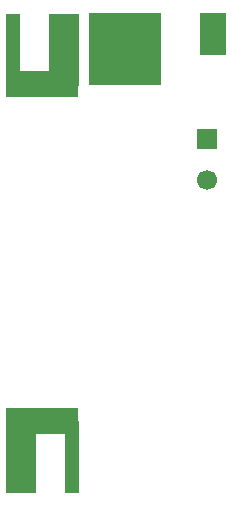
<source format=gbr>
G04 DipTrace 3.3.1.0*
G04 BottomMask.gbr*
%MOMM*%
G04 #@! TF.FileFunction,Soldermask,Bot*
G04 #@! TF.Part,Single*
%ADD43R,1.2X6.2*%
%ADD45R,2.6X6.2*%
%ADD47R,2.2X3.6*%
%ADD49R,6.2X6.2*%
%ADD51R,6.2X2.2*%
%ADD57C,1.7*%
%ADD59R,1.7X1.7*%
%FSLAX35Y35*%
G04*
G71*
G90*
G75*
G01*
G04 BotMask*
%LPD*%
D59*
X2746250Y4032123D3*
D57*
Y3682123D3*
D51*
X1348500Y4493627D3*
D49*
X2048500Y4793627D3*
D51*
X1348500Y1638830D3*
D47*
X2793873Y4921127D3*
D45*
X1168500Y1333373D3*
D43*
X1598500D3*
X1098500Y4778250D3*
D45*
X1529500D3*
M02*

</source>
